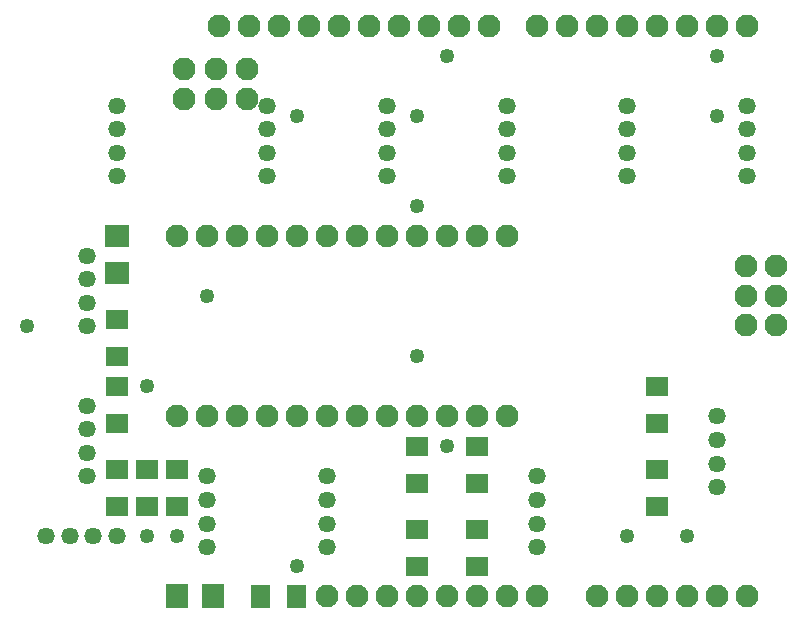
<source format=gts>
G04 MADE WITH FRITZING*
G04 WWW.FRITZING.ORG*
G04 DOUBLE SIDED*
G04 HOLES PLATED*
G04 CONTOUR ON CENTER OF CONTOUR VECTOR*
%ASAXBY*%
%FSLAX23Y23*%
%MOIN*%
%OFA0B0*%
%SFA1.0B1.0*%
%ADD10C,0.049370*%
%ADD11C,0.076111*%
%ADD12C,0.076139*%
%ADD13C,0.076083*%
%ADD14C,0.076000*%
%ADD15C,0.057559*%
%ADD16R,0.084803X0.072992*%
%ADD17R,0.072992X0.084803*%
%ADD18C,0.010000*%
%LNMASK1*%
G90*
G70*
G54D10*
X609Y303D03*
X509Y303D03*
X1509Y603D03*
X1409Y903D03*
X2309Y303D03*
X2109Y303D03*
X109Y1003D03*
X709Y1103D03*
X1009Y1703D03*
X1509Y1903D03*
X1409Y1703D03*
X1409Y1403D03*
X1009Y203D03*
G54D11*
X2109Y103D03*
X2209Y103D03*
X2309Y103D03*
X2409Y103D03*
X2509Y103D03*
X1649Y2003D03*
X1549Y2003D03*
X1449Y2003D03*
X1349Y2003D03*
X1249Y2003D03*
X1149Y2003D03*
X1049Y2003D03*
X949Y2003D03*
X849Y2003D03*
X749Y2003D03*
X2509Y2003D03*
X2409Y2003D03*
X2309Y2003D03*
G54D12*
X2209Y2003D03*
G54D11*
X2109Y2003D03*
X2009Y2003D03*
X1909Y2003D03*
X1809Y2003D03*
X1209Y103D03*
G54D13*
X1109Y103D03*
X1309Y103D03*
G54D11*
X1409Y103D03*
X1509Y103D03*
X1609Y103D03*
X1709Y103D03*
X1809Y103D03*
X2009Y103D03*
X2608Y1206D03*
G54D12*
X2508Y1206D03*
G54D11*
X2608Y1106D03*
G54D12*
X2508Y1106D03*
X2608Y1007D03*
X2508Y1007D03*
G54D11*
X739Y1860D03*
X739Y1761D03*
X843Y1860D03*
X843Y1761D03*
X635Y1860D03*
X635Y1761D03*
G54D14*
X609Y703D03*
X709Y703D03*
X809Y703D03*
X909Y703D03*
X1009Y703D03*
X1109Y703D03*
X1209Y703D03*
X1309Y703D03*
X1409Y703D03*
X1509Y703D03*
X1609Y703D03*
X1709Y703D03*
X1709Y1303D03*
X1609Y1303D03*
X1509Y1303D03*
X1409Y1303D03*
X1309Y1303D03*
X1209Y1303D03*
X1109Y1303D03*
X1009Y1303D03*
X909Y1303D03*
X809Y1303D03*
X709Y1303D03*
X609Y1303D03*
G54D15*
X1809Y503D03*
X1809Y424D03*
X1809Y346D03*
X1809Y267D03*
X1809Y503D03*
X1809Y424D03*
X1809Y346D03*
X1809Y267D03*
X709Y503D03*
X709Y424D03*
X709Y346D03*
X709Y267D03*
X709Y503D03*
X709Y424D03*
X709Y346D03*
X709Y267D03*
X2409Y703D03*
X2409Y624D03*
X2409Y546D03*
X2409Y467D03*
X2409Y703D03*
X2409Y624D03*
X2409Y546D03*
X2409Y467D03*
X1109Y503D03*
X1109Y424D03*
X1109Y346D03*
X1109Y267D03*
X1109Y503D03*
X1109Y424D03*
X1109Y346D03*
X1109Y267D03*
X309Y1003D03*
X309Y1082D03*
X309Y1161D03*
X309Y1239D03*
X309Y1003D03*
X309Y1082D03*
X309Y1161D03*
X309Y1239D03*
X409Y303D03*
X331Y303D03*
X252Y303D03*
X173Y303D03*
X409Y303D03*
X331Y303D03*
X252Y303D03*
X173Y303D03*
X309Y503D03*
X309Y582D03*
X309Y661D03*
X309Y739D03*
X309Y503D03*
X309Y582D03*
X309Y661D03*
X309Y739D03*
X2109Y1503D03*
X2109Y1582D03*
X2109Y1661D03*
X2109Y1739D03*
X2109Y1503D03*
X2109Y1582D03*
X2109Y1661D03*
X2109Y1739D03*
X1709Y1503D03*
X1709Y1582D03*
X1709Y1661D03*
X1709Y1739D03*
X1709Y1503D03*
X1709Y1582D03*
X1709Y1661D03*
X1709Y1739D03*
X2509Y1503D03*
X2509Y1582D03*
X2509Y1661D03*
X2509Y1739D03*
X2509Y1503D03*
X2509Y1582D03*
X2509Y1661D03*
X2509Y1739D03*
X1309Y1503D03*
X1309Y1582D03*
X1309Y1661D03*
X1309Y1739D03*
X1309Y1503D03*
X1309Y1582D03*
X1309Y1661D03*
X1309Y1739D03*
X409Y1503D03*
X409Y1582D03*
X409Y1661D03*
X409Y1739D03*
X409Y1503D03*
X409Y1582D03*
X409Y1661D03*
X409Y1739D03*
X909Y1503D03*
X909Y1582D03*
X909Y1661D03*
X909Y1739D03*
X909Y1503D03*
X909Y1582D03*
X909Y1661D03*
X909Y1739D03*
G54D10*
X2409Y1903D03*
X2409Y1703D03*
X509Y803D03*
G54D16*
X409Y1303D03*
X409Y1181D03*
G54D17*
X609Y103D03*
X731Y103D03*
G54D18*
G36*
X372Y435D02*
X447Y435D01*
X447Y372D01*
X372Y372D01*
X372Y435D01*
G37*
D02*
G36*
X372Y557D02*
X447Y557D01*
X447Y494D01*
X372Y494D01*
X372Y557D01*
G37*
D02*
G36*
X447Y772D02*
X372Y772D01*
X372Y835D01*
X447Y835D01*
X447Y772D01*
G37*
D02*
G36*
X447Y649D02*
X372Y649D01*
X372Y712D01*
X447Y712D01*
X447Y649D01*
G37*
D02*
G36*
X372Y935D02*
X447Y935D01*
X447Y872D01*
X372Y872D01*
X372Y935D01*
G37*
D02*
G36*
X372Y1057D02*
X447Y1057D01*
X447Y994D01*
X372Y994D01*
X372Y1057D01*
G37*
D02*
G36*
X572Y435D02*
X647Y435D01*
X647Y372D01*
X572Y372D01*
X572Y435D01*
G37*
D02*
G36*
X572Y557D02*
X647Y557D01*
X647Y494D01*
X572Y494D01*
X572Y557D01*
G37*
D02*
G36*
X472Y435D02*
X547Y435D01*
X547Y372D01*
X472Y372D01*
X472Y435D01*
G37*
D02*
G36*
X472Y557D02*
X547Y557D01*
X547Y494D01*
X472Y494D01*
X472Y557D01*
G37*
D02*
G36*
X2172Y435D02*
X2247Y435D01*
X2247Y372D01*
X2172Y372D01*
X2172Y435D01*
G37*
D02*
G36*
X2172Y557D02*
X2247Y557D01*
X2247Y494D01*
X2172Y494D01*
X2172Y557D01*
G37*
D02*
G36*
X2247Y772D02*
X2172Y772D01*
X2172Y835D01*
X2247Y835D01*
X2247Y772D01*
G37*
D02*
G36*
X2247Y649D02*
X2172Y649D01*
X2172Y712D01*
X2247Y712D01*
X2247Y649D01*
G37*
D02*
G36*
X978Y66D02*
X978Y140D01*
X1041Y140D01*
X1041Y66D01*
X978Y66D01*
G37*
D02*
G36*
X856Y66D02*
X856Y140D01*
X919Y140D01*
X919Y66D01*
X856Y66D01*
G37*
D02*
G36*
X1372Y235D02*
X1447Y235D01*
X1447Y172D01*
X1372Y172D01*
X1372Y235D01*
G37*
D02*
G36*
X1372Y357D02*
X1447Y357D01*
X1447Y294D01*
X1372Y294D01*
X1372Y357D01*
G37*
D02*
G36*
X1447Y572D02*
X1372Y572D01*
X1372Y635D01*
X1447Y635D01*
X1447Y572D01*
G37*
D02*
G36*
X1447Y449D02*
X1372Y449D01*
X1372Y512D01*
X1447Y512D01*
X1447Y449D01*
G37*
D02*
G36*
X1647Y572D02*
X1572Y572D01*
X1572Y635D01*
X1647Y635D01*
X1647Y572D01*
G37*
D02*
G36*
X1647Y449D02*
X1572Y449D01*
X1572Y512D01*
X1647Y512D01*
X1647Y449D01*
G37*
D02*
G36*
X1572Y235D02*
X1647Y235D01*
X1647Y172D01*
X1572Y172D01*
X1572Y235D01*
G37*
D02*
G36*
X1572Y357D02*
X1647Y357D01*
X1647Y294D01*
X1572Y294D01*
X1572Y357D01*
G37*
D02*
G04 End of Mask1*
M02*
</source>
